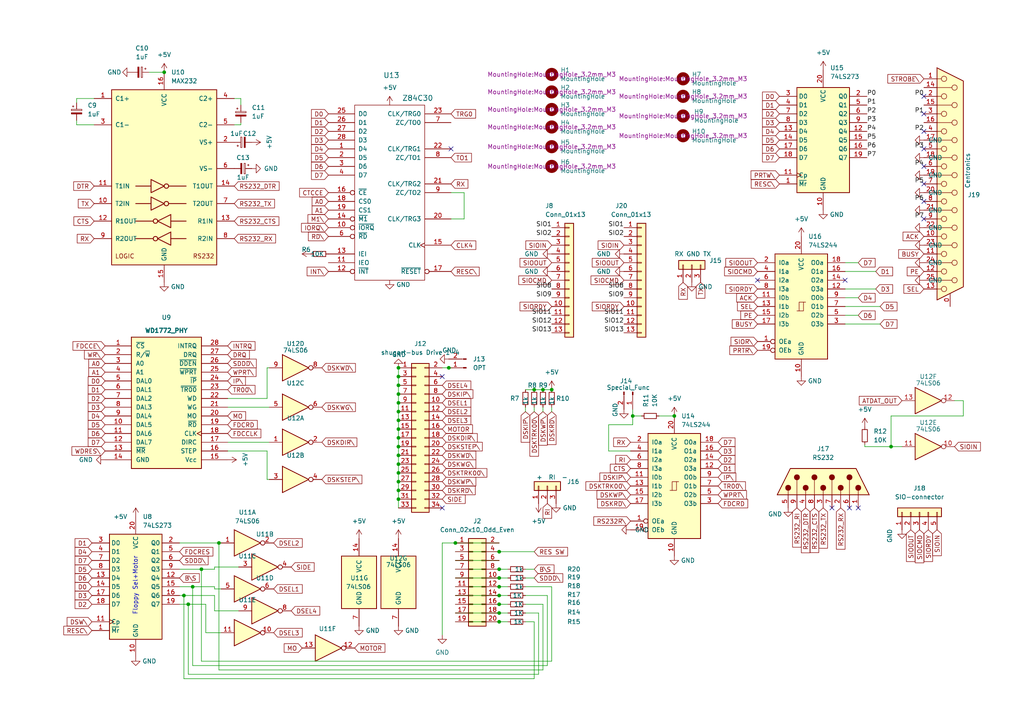
<source format=kicad_sch>
(kicad_sch (version 20231120) (generator "eeschema") (generator_version "8.0")
  (paper "A4")
  (junction (at 115.57 134.62))
  (junction (at 55.88 170.18))
  (junction (at 115.57 129.54))
  (junction (at 115.57 116.84))
  (junction (at 115.57 106.68))
  (junction (at 115.57 142.24))
  (junction (at 144.78 180.34))
  (junction (at 53.34 172.72))
  (junction (at 115.57 127))
  (junction (at 160.02 113.03))
  (junction (at 54.61 175.26))
  (junction (at 115.57 109.22))
  (junction (at 115.57 119.38))
  (junction (at 115.57 111.76))
  (junction (at 115.57 114.3))
  (junction (at 157.48 113.03))
  (junction (at 115.57 144.78))
  (junction (at 115.57 137.16))
  (junction (at 115.57 124.46))
  (junction (at 144.78 170.18))
  (junction (at 63.5 157.48))
  (junction (at 183.515 120.65))
  (junction (at 144.78 172.72))
  (junction (at 47.625 20.955))
  (junction (at 144.78 175.26))
  (junction (at 144.78 167.64))
  (junction (at 154.94 113.03))
  (junction (at 115.57 132.08))
  (junction (at 115.57 121.92))
  (junction (at 144.78 177.8))
  (junction (at 144.78 160.02))
  (junction (at 258.445 129.54))
  (junction (at 132.08 157.48))
  (junction (at 58.42 165.1))
  (junction (at 130.175 106.68))
  (junction (at 115.57 139.7))
  (junction (at 195.58 120.65))
  (junction (at 144.78 165.1))
  (no_connect (at 267.97 53.34))
  (no_connect (at 267.97 48.26))
  (no_connect (at 267.97 38.1))
  (no_connect (at 241.3 147.32))
  (no_connect (at 267.97 43.18))
  (no_connect (at 267.97 63.5))
  (no_connect (at 128.27 109.22))
  (no_connect (at 267.97 33.02))
  (no_connect (at 219.71 81.28))
  (no_connect (at 245.11 81.28))
  (no_connect (at 248.92 147.32))
  (no_connect (at 246.38 147.32))
  (no_connect (at 267.97 58.42))
  (no_connect (at 130.81 43.18))
  (no_connect (at 267.97 27.94))
  (no_connect (at 128.27 147.32))
  (wire (pts (xy 115.57 137.16) (xy 115.57 139.7)))
  (wire (pts (xy 131.445 106.68) (xy 130.175 106.68)))
  (wire (pts (xy 144.78 172.72) (xy 147.32 172.72)))
  (wire (pts (xy 115.57 127) (xy 115.57 129.54)))
  (wire (pts (xy 128.27 157.48) (xy 128.27 184.15)))
  (wire (pts (xy 258.445 129.54) (xy 261.62 129.54)))
  (wire (pts (xy 115.57 119.38) (xy 115.57 121.92)))
  (wire (pts (xy 62.23 172.72) (xy 62.23 177.165)))
  (wire (pts (xy 77.47 130.81) (xy 77.47 139.065)))
  (wire (pts (xy 176.53 123.19) (xy 183.515 123.19)))
  (wire (pts (xy 154.94 113.03) (xy 157.48 113.03)))
  (wire (pts (xy 115.57 142.24) (xy 115.57 144.78)))
  (wire (pts (xy 154.94 196.85) (xy 154.94 180.34)))
  (wire (pts (xy 115.57 139.7) (xy 115.57 142.24)))
  (wire (pts (xy 59.69 183.515) (xy 64.135 183.515)))
  (wire (pts (xy 66.04 128.27) (xy 78.105 128.27)))
  (wire (pts (xy 52.07 175.26) (xy 54.61 175.26)))
  (wire (pts (xy 22.225 28.575) (xy 27.305 28.575)))
  (wire (pts (xy 245.11 83.82) (xy 254 83.82)))
  (wire (pts (xy 55.88 170.18) (xy 62.23 170.18)))
  (wire (pts (xy 66.04 115.57) (xy 77.47 115.57)))
  (wire (pts (xy 53.34 172.72) (xy 53.34 196.85)))
  (wire (pts (xy 115.57 132.08) (xy 115.57 134.62)))
  (wire (pts (xy 176.53 130.81) (xy 176.53 123.19)))
  (wire (pts (xy 66.04 118.11) (xy 78.105 118.11)))
  (wire (pts (xy 279.4 120.65) (xy 258.445 120.65)))
  (wire (pts (xy 62.23 165.1) (xy 62.23 164.465)))
  (wire (pts (xy 152.4 175.26) (xy 157.48 175.26)))
  (wire (pts (xy 279.4 116.205) (xy 279.4 120.65)))
  (wire (pts (xy 152.4 170.18) (xy 160.02 170.18)))
  (wire (pts (xy 144.78 170.18) (xy 147.32 170.18)))
  (wire (pts (xy 134.62 63.5) (xy 130.81 63.5)))
  (wire (pts (xy 22.225 36.195) (xy 27.305 36.195)))
  (wire (pts (xy 58.42 191.77) (xy 160.02 191.77)))
  (wire (pts (xy 144.78 165.1) (xy 147.32 165.1)))
  (wire (pts (xy 152.4 177.8) (xy 156.21 177.8)))
  (wire (pts (xy 62.23 170.18) (xy 62.23 170.815)))
  (wire (pts (xy 69.85 28.575) (xy 69.85 30.48)))
  (wire (pts (xy 245.11 78.74) (xy 254 78.74)))
  (wire (pts (xy 132.08 167.64) (xy 144.78 167.64)))
  (wire (pts (xy 176.53 130.81) (xy 182.88 130.81)))
  (wire (pts (xy 52.07 170.18) (xy 55.88 170.18)))
  (wire (pts (xy 144.78 160.02) (xy 154.94 160.02)))
  (wire (pts (xy 69.85 36.195) (xy 67.945 36.195)))
  (wire (pts (xy 58.42 165.1) (xy 58.42 191.77)))
  (wire (pts (xy 63.5 157.48) (xy 63.5 194.31)))
  (wire (pts (xy 160.02 191.77) (xy 160.02 170.18)))
  (wire (pts (xy 52.07 165.1) (xy 58.42 165.1)))
  (wire (pts (xy 62.23 164.465) (xy 69.215 164.465)))
  (wire (pts (xy 67.945 28.575) (xy 69.85 28.575)))
  (wire (pts (xy 152.4 113.03) (xy 154.94 113.03)))
  (wire (pts (xy 55.88 170.18) (xy 55.88 193.04)))
  (wire (pts (xy 152.4 118.11) (xy 152.4 119.38)))
  (wire (pts (xy 54.61 175.26) (xy 59.69 175.26)))
  (wire (pts (xy 77.47 139.065) (xy 78.105 139.065)))
  (wire (pts (xy 54.61 195.58) (xy 156.21 195.58)))
  (wire (pts (xy 158.75 193.04) (xy 158.75 172.72)))
  (wire (pts (xy 115.57 144.78) (xy 115.57 147.32)))
  (wire (pts (xy 132.08 175.26) (xy 144.78 175.26)))
  (wire (pts (xy 245.11 91.44) (xy 248.92 91.44)))
  (wire (pts (xy 66.04 130.81) (xy 77.47 130.81)))
  (wire (pts (xy 157.48 194.31) (xy 157.48 175.26)))
  (wire (pts (xy 77.47 106.68) (xy 78.105 106.68)))
  (wire (pts (xy 250.825 128.905) (xy 250.825 129.54)))
  (wire (pts (xy 132.08 165.1) (xy 144.78 165.1)))
  (wire (pts (xy 115.57 109.22) (xy 115.57 111.76)))
  (wire (pts (xy 144.78 180.34) (xy 147.32 180.34)))
  (wire (pts (xy 245.11 86.36) (xy 248.92 86.36)))
  (wire (pts (xy 115.57 114.3) (xy 115.57 116.84)))
  (wire (pts (xy 55.88 193.04) (xy 158.75 193.04)))
  (wire (pts (xy 144.78 175.26) (xy 147.32 175.26)))
  (wire (pts (xy 183.515 120.65) (xy 186.055 120.65)))
  (wire (pts (xy 62.23 177.165) (xy 69.215 177.165)))
  (wire (pts (xy 132.08 170.18) (xy 144.78 170.18)))
  (wire (pts (xy 152.4 172.72) (xy 158.75 172.72)))
  (wire (pts (xy 52.07 157.48) (xy 63.5 157.48)))
  (wire (pts (xy 63.5 194.31) (xy 157.48 194.31)))
  (wire (pts (xy 53.34 172.72) (xy 62.23 172.72)))
  (wire (pts (xy 132.08 157.48) (xy 144.78 157.48)))
  (wire (pts (xy 156.21 195.58) (xy 156.21 177.8)))
  (wire (pts (xy 160.02 118.11) (xy 160.02 119.38)))
  (wire (pts (xy 115.57 124.46) (xy 115.57 127)))
  (wire (pts (xy 191.135 120.65) (xy 195.58 120.65)))
  (wire (pts (xy 115.57 111.76) (xy 115.57 114.3)))
  (wire (pts (xy 69.85 35.56) (xy 69.85 36.195)))
  (wire (pts (xy 183.515 118.745) (xy 183.515 120.65)))
  (wire (pts (xy 132.08 160.02) (xy 144.78 160.02)))
  (wire (pts (xy 183.515 120.65) (xy 183.515 123.19)))
  (wire (pts (xy 152.4 165.1) (xy 154.94 165.1)))
  (wire (pts (xy 152.4 180.34) (xy 154.94 180.34)))
  (wire (pts (xy 43.18 20.955) (xy 47.625 20.955)))
  (wire (pts (xy 22.225 29.845) (xy 22.225 28.575)))
  (wire (pts (xy 144.78 167.64) (xy 147.32 167.64)))
  (wire (pts (xy 53.34 196.85) (xy 154.94 196.85)))
  (wire (pts (xy 157.48 113.03) (xy 160.02 113.03)))
  (wire (pts (xy 130.81 55.88) (xy 134.62 55.88)))
  (wire (pts (xy 115.57 129.54) (xy 115.57 132.08)))
  (wire (pts (xy 132.08 157.48) (xy 128.27 157.48)))
  (wire (pts (xy 54.61 175.26) (xy 54.61 195.58)))
  (wire (pts (xy 59.69 175.26) (xy 59.69 183.515)))
  (wire (pts (xy 132.08 172.72) (xy 144.78 172.72)))
  (wire (pts (xy 132.08 180.34) (xy 144.78 180.34)))
  (wire (pts (xy 63.5 157.48) (xy 64.135 157.48)))
  (wire (pts (xy 128.27 106.68) (xy 130.175 106.68)))
  (wire (pts (xy 276.86 116.205) (xy 279.4 116.205)))
  (wire (pts (xy 115.57 134.62) (xy 115.57 137.16)))
  (wire (pts (xy 152.4 167.64) (xy 154.94 167.64)))
  (wire (pts (xy 132.08 162.56) (xy 144.78 162.56)))
  (wire (pts (xy 245.11 76.2) (xy 248.92 76.2)))
  (wire (pts (xy 245.11 88.9) (xy 255.27 88.9)))
  (wire (pts (xy 115.57 121.92) (xy 115.57 124.46)))
  (wire (pts (xy 62.23 170.815) (xy 64.135 170.815)))
  (wire (pts (xy 157.48 118.11) (xy 157.48 119.38)))
  (wire (pts (xy 52.07 172.72) (xy 53.34 172.72)))
  (wire (pts (xy 58.42 165.1) (xy 62.23 165.1)))
  (wire (pts (xy 115.57 116.84) (xy 115.57 119.38)))
  (wire (pts (xy 258.445 120.65) (xy 258.445 129.54)))
  (wire (pts (xy 77.47 106.68) (xy 77.47 115.57)))
  (wire (pts (xy 144.78 177.8) (xy 147.32 177.8)))
  (wire (pts (xy 115.57 106.68) (xy 115.57 109.22)))
  (wire (pts (xy 245.11 93.98) (xy 255.27 93.98)))
  (wire (pts (xy 154.94 118.11) (xy 154.94 119.38)))
  (wire (pts (xy 132.08 177.8) (xy 144.78 177.8)))
  (wire (pts (xy 250.825 129.54) (xy 258.445 129.54)))
  (wire (pts (xy 134.62 55.88) (xy 134.62 63.5)))
  (wire (pts (xy 22.225 34.925) (xy 22.225 36.195)))
  (text "Floppy Sel+Motor" (at 40.005 178.435 90) (effects (font (size 1.27 1.27)) (justify left bottom)))
  (label "SIO13" (at 180.975 96.52 180))
  (label "SIO12" (at 160.02 93.98 180))
  (label "P5" (at 251.46 40.64 0))
  (label "SIO9" (at 180.975 86.36 180))
  (label "SIO11" (at 180.975 91.44 180))
  (label "P1" (at 267.97 33.02 180))
  (label "P4" (at 267.97 48.26 180))
  (label "SIO2" (at 160.02 68.58 180))
  (label "P6" (at 251.46 43.18 0))
  (label "P7" (at 267.97 63.5 180))
  (label "P5" (at 267.97 53.34 180))
  (label "P1" (at 251.46 30.48 0))
  (label "P0" (at 267.97 27.94 180))
  (label "P2" (at 251.46 33.02 0))
  (label "P4" (at 251.46 38.1 0))
  (label "SIO1" (at 160.02 66.04 180))
  (label "SIO8" (at 160.02 83.82 180))
  (label "SIO12" (at 180.975 93.98 180))
  (label "SIO8" (at 180.975 83.82 180))
  (label "SIO11" (at 160.02 91.44 180))
  (label "P2" (at 267.97 38.1 180))
  (label "P0" (at 251.46 27.94 0))
  (label "P7" (at 251.46 45.72 0))
  (label "P3" (at 251.46 35.56 0))
  (label "P6" (at 267.97 58.42 180))
  (label "SIO13" (at 160.02 96.52 180))
  (label "SIO2" (at 180.975 68.58 180))
  (label "SIO9" (at 160.02 86.36 180))
  (label "P3" (at 267.97 43.18 180))
  (label "SIO1" (at 180.975 66.04 180))
  (global_label "STROBE\\" (shape input) (at 267.97 22.86 180) (property "Intersheetrefs" "${INTERSHEET_REFS}" (effects (hide yes))))
  (global_label "RESC\\" (shape input) (at 226.06 53.34 180) (property "Intersheetrefs" "${INTERSHEET_REFS}" (effects (hide yes))))
  (global_label "SIORDY" (shape input) (at 219.71 83.82 180) (property "Intersheetrefs" "${INTERSHEET_REFS}" (effects (hide yes))))
  (global_label "SIOIN" (shape input) (at 180.975 71.12 180) (property "Intersheetrefs" "${INTERSHEET_REFS}" (effects (hide yes))))
  (global_label "FDCRES" (shape input) (at 52.07 160.02 0) (property "Intersheetrefs" "${INTERSHEET_REFS}" (effects (hide yes))))
  (global_label "DSEL2" (shape input) (at 79.375 157.48 0) (property "Intersheetrefs" "${INTERSHEET_REFS}" (effects (hide yes))))
  (global_label "DSKDIR\\" (shape input) (at 128.27 127 0) (property "Intersheetrefs" "${INTERSHEET_REFS}" (effects (hide yes))))
  (global_label "D0" (shape input) (at 26.67 170.18 180) (property "Intersheetrefs" "${INTERSHEET_REFS}" (effects (hide yes))))
  (global_label "RX" (shape input) (at 182.88 128.27 180) (property "Intersheetrefs" "${INTERSHEET_REFS}" (effects (hide yes))))
  (global_label "DSKIP\\" (shape input) (at 128.27 114.3 0) (property "Intersheetrefs" "${INTERSHEET_REFS}" (effects (hide yes))))
  (global_label "D2" (shape input) (at 30.48 115.57 180) (property "Intersheetrefs" "${INTERSHEET_REFS}" (effects (hide yes))))
  (global_label "D2" (shape input) (at 226.06 33.02 180) (property "Intersheetrefs" "${INTERSHEET_REFS}" (effects (hide yes))))
  (global_label "MOTOR" (shape input) (at 128.27 124.46 0) (property "Intersheetrefs" "${INTERSHEET_REFS}" (effects (hide yes))))
  (global_label "D1" (shape input) (at 95.25 35.56 180) (property "Intersheetrefs" "${INTERSHEET_REFS}" (effects (hide yes))))
  (global_label "SIORDY" (shape input) (at 180.975 88.9 180) (property "Intersheetrefs" "${INTERSHEET_REFS}" (effects (hide yes))))
  (global_label "DSKTRK00\\" (shape input) (at 182.88 140.97 180) (property "Intersheetrefs" "${INTERSHEET_REFS}" (effects (hide yes))))
  (global_label "CTS" (shape input) (at 182.88 135.89 180) (property "Intersheetrefs" "${INTERSHEET_REFS}" (effects (hide yes))))
  (global_label "D3" (shape input) (at 208.28 130.81 0) (property "Intersheetrefs" "${INTERSHEET_REFS}" (effects (hide yes))))
  (global_label "WDRES\\" (shape input) (at 30.48 130.81 180) (property "Intersheetrefs" "${INTERSHEET_REFS}" (effects (hide yes))))
  (global_label "RESC\\" (shape input) (at 130.81 78.74 0) (property "Intersheetrefs" "${INTERSHEET_REFS}" (effects (hide yes))))
  (global_label "D6" (shape input) (at 95.25 48.26 180) (property "Intersheetrefs" "${INTERSHEET_REFS}" (effects (hide yes))))
  (global_label "DTR" (shape input) (at 27.305 53.975 180) (property "Intersheetrefs" "${INTERSHEET_REFS}" (effects (hide yes))))
  (global_label "D5" (shape input) (at 255.27 88.9 0) (property "Intersheetrefs" "${INTERSHEET_REFS}" (effects (hide yes))))
  (global_label "ACK" (shape input) (at 267.97 68.58 180) (property "Intersheetrefs" "${INTERSHEET_REFS}" (effects (hide yes))))
  (global_label "SDDD\\" (shape input) (at 52.07 162.56 0) (property "Intersheetrefs" "${INTERSHEET_REFS}" (effects (hide yes))))
  (global_label "WPRT\\" (shape input) (at 208.28 143.51 0) (property "Intersheetrefs" "${INTERSHEET_REFS}" (effects (hide yes))))
  (global_label "ACK" (shape input) (at 219.71 86.36 180) (property "Intersheetrefs" "${INTERSHEET_REFS}" (effects (hide yes))))
  (global_label "A1" (shape input) (at 95.25 60.96 180) (property "Intersheetrefs" "${INTERSHEET_REFS}" (effects (hide yes))))
  (global_label "D1" (shape input) (at 208.28 135.89 0) (property "Intersheetrefs" "${INTERSHEET_REFS}" (effects (hide yes))))
  (global_label "RI" (shape input) (at 182.88 133.35 180) (property "Intersheetrefs" "${INTERSHEET_REFS}" (effects (hide yes))))
  (global_label "RS232_DTR" (shape input) (at 67.945 53.975 0) (property "Intersheetrefs" "${INTERSHEET_REFS}" (effects (hide yes))))
  (global_label "D5" (shape input) (at 95.25 45.72 180) (property "Intersheetrefs" "${INTERSHEET_REFS}" (effects (hide yes))))
  (global_label "RX" (shape input) (at 130.81 53.34 0) (property "Intersheetrefs" "${INTERSHEET_REFS}" (effects (hide yes))))
  (global_label "D2" (shape input) (at 208.28 133.35 0) (property "Intersheetrefs" "${INTERSHEET_REFS}" (effects (hide yes))))
  (global_label "DSKIP\\" (shape input) (at 152.4 119.38 270) (property "Intersheetrefs" "${INTERSHEET_REFS}" (effects (hide yes))))
  (global_label "IORQ\\" (shape input) (at 95.25 66.04 180) (property "Intersheetrefs" "${INTERSHEET_REFS}" (effects (hide yes))))
  (global_label "RS232_TX" (shape input) (at 238.76 147.32 270) (property "Intersheetrefs" "${INTERSHEET_REFS}" (effects (hide yes))))
  (global_label "DSKWP\\" (shape input) (at 128.27 139.7 0) (property "Intersheetrefs" "${INTERSHEET_REFS}" (effects (hide yes))))
  (global_label "D7" (shape input) (at 248.92 76.2 0) (property "Intersheetrefs" "${INTERSHEET_REFS}" (effects (hide yes))))
  (global_label "WPRT\\" (shape input) (at 66.04 107.95 0) (property "Intersheetrefs" "${INTERSHEET_REFS}" (effects (hide yes))))
  (global_label "M1\\" (shape input) (at 95.25 63.5 180) (property "Intersheetrefs" "${INTERSHEET_REFS}" (effects (hide yes))))
  (global_label "RD\\" (shape input) (at 95.25 68.58 180) (property "Intersheetrefs" "${INTERSHEET_REFS}" (effects (hide yes))))
  (global_label "DSKTRK00\\" (shape input) (at 154.94 119.38 270) (property "Intersheetrefs" "${INTERSHEET_REFS}" (effects (hide yes))))
  (global_label "D7" (shape input) (at 30.48 128.27 180) (property "Intersheetrefs" "${INTERSHEET_REFS}" (effects (hide yes))))
  (global_label "MO" (shape input) (at 87.63 187.96 180) (property "Intersheetrefs" "${INTERSHEET_REFS}" (effects (hide yes))))
  (global_label "SEL" (shape input) (at 267.97 83.82 180) (property "Intersheetrefs" "${INTERSHEET_REFS}" (effects (hide yes))))
  (global_label "D6" (shape input) (at 30.48 125.73 180) (property "Intersheetrefs" "${INTERSHEET_REFS}" (effects (hide yes))))
  (global_label "INTRQ" (shape input) (at 66.04 100.33 0) (property "Intersheetrefs" "${INTERSHEET_REFS}" (effects (hide yes))))
  (global_label "RI" (shape input) (at 158.75 146.05 270) (property "Intersheetrefs" "${INTERSHEET_REFS}" (effects (hide yes))))
  (global_label "RS232_RX" (shape input) (at 67.945 69.215 0) (property "Intersheetrefs" "${INTERSHEET_REFS}" (effects (hide yes))))
  (global_label "RS232_RI" (shape input) (at 231.14 147.32 270) (property "Intersheetrefs" "${INTERSHEET_REFS}" (effects (hide yes))))
  (global_label "SIOCMD" (shape input) (at 160.02 81.28 180) (property "Intersheetrefs" "${INTERSHEET_REFS}" (effects (hide yes))))
  (global_label "SDDD\\" (shape input) (at 154.94 167.64 0) (property "Intersheetrefs" "${INTERSHEET_REFS}" (effects (hide yes))))
  (global_label "D3" (shape input) (at 254 83.82 0) (property "Intersheetrefs" "${INTERSHEET_REFS}" (effects (hide yes))))
  (global_label "DSEL1" (shape input) (at 79.375 170.815 0) (property "Intersheetrefs" "${INTERSHEET_REFS}" (effects (hide yes))))
  (global_label "D7" (shape input) (at 26.67 162.56 180) (property "Intersheetrefs" "${INTERSHEET_REFS}" (effects (hide yes))))
  (global_label "TRG0" (shape input) (at 130.81 33.02 0) (property "Intersheetrefs" "${INTERSHEET_REFS}" (effects (hide yes))))
  (global_label "D0" (shape input) (at 30.48 110.49 180) (property "Intersheetrefs" "${INTERSHEET_REFS}" (effects (hide yes))))
  (global_label "D4" (shape input) (at 226.06 38.1 180) (property "Intersheetrefs" "${INTERSHEET_REFS}" (effects (hide yes))))
  (global_label "D6" (shape input) (at 248.92 91.44 0) (property "Intersheetrefs" "${INTERSHEET_REFS}" (effects (hide yes))))
  (global_label "D1" (shape input) (at 30.48 113.03 180) (property "Intersheetrefs" "${INTERSHEET_REFS}" (effects (hide yes))))
  (global_label "RS232R\\" (shape input) (at 182.88 151.13 180) (property "Intersheetrefs" "${INTERSHEET_REFS}" (effects (hide yes))))
  (global_label "DSKRD\\" (shape input) (at 128.27 142.24 0) (property "Intersheetrefs" "${INTERSHEET_REFS}" (effects (hide yes))))
  (global_label "D0" (shape input) (at 95.25 33.02 180) (property "Intersheetrefs" "${INTERSHEET_REFS}" (effects (hide yes))))
  (global_label "ATDAT_OUT" (shape input) (at 261.62 116.205 180) (property "Intersheetrefs" "${INTERSHEET_REFS}" (effects (hide yes))))
  (global_label "RX" (shape input) (at 27.305 69.215 180) (property "Intersheetrefs" "${INTERSHEET_REFS}" (effects (hide yes))))
  (global_label "RESC\\" (shape input) (at 26.67 182.88 180) (property "Intersheetrefs" "${INTERSHEET_REFS}" (effects (hide yes))))
  (global_label "A0" (shape input) (at 95.25 58.42 180) (property "Intersheetrefs" "${INTERSHEET_REFS}" (effects (hide yes))))
  (global_label "B\\S" (shape input) (at 52.07 167.64 0) (property "Intersheetrefs" "${INTERSHEET_REFS}" (effects (hide yes))))
  (global_label "D4" (shape input) (at 26.67 160.02 180) (property "Intersheetrefs" "${INTERSHEET_REFS}" (effects (hide yes))))
  (global_label "D4" (shape input) (at 248.92 86.36 0) (property "Intersheetrefs" "${INTERSHEET_REFS}" (effects (hide yes))))
  (global_label "SIOIN" (shape input) (at 271.78 153.67 270) (property "Intersheetrefs" "${INTERSHEET_REFS}" (effects (hide yes))))
  (global_label "SIDE" (shape input) (at 128.27 144.78 0) (property "Intersheetrefs" "${INTERSHEET_REFS}" (effects (hide yes))))
  (global_label "FDCRD" (shape input) (at 208.28 146.05 0) (property "Intersheetrefs" "${INTERSHEET_REFS}" (effects (hide yes))))
  (global_label "D3" (shape input) (at 95.25 40.64 180) (property "Intersheetrefs" "${INTERSHEET_REFS}" (effects (hide yes))))
  (global_label "MO" (shape input) (at 66.04 120.65 0) (property "Intersheetrefs" "${INTERSHEET_REFS}" (effects (hide yes))))
  (global_label "D2" (shape input) (at 95.25 38.1 180) (property "Intersheetrefs" "${INTERSHEET_REFS}" (effects (hide yes))))
  (global_label "INT\\" (shape input) (at 95.25 78.74 180) (property "Intersheetrefs" "${INTERSHEET_REFS}" (effects (hide yes))))
  (global_label "D1" (shape input) (at 226.06 30.48 180) (property "Intersheetrefs" "${INTERSHEET_REFS}" (effects (hide yes))))
  (global_label "SIORDY" (shape input) (at 269.24 153.67 270) (property "Intersheetrefs" "${INTERSHEET_REFS}" (effects (hide yes))))
  (global_label "DSEL4" (shape input) (at 128.27 111.76 0) (property "Intersheetrefs" "${INTERSHEET_REFS}" (effects (hide yes))))
  (global_label "DSKSTEP\\" (shape input) (at 93.345 139.065 0) (property "Intersheetrefs" "${INTERSHEET_REFS}" (effects (hide yes))))
  (global_label "DSKRD\\" (shape input) (at 182.88 146.05 180) (property "Intersheetrefs" "${INTERSHEET_REFS}" (effects (hide yes))))
  (global_label "TX" (shape input) (at 203.2 81.915 270) (property "Intersheetrefs" "${INTERSHEET_REFS}" (effects (hide yes))))
  (global_label "FDCRD" (shape input) (at 66.04 123.19 0) (property "Intersheetrefs" "${INTERSHEET_REFS}" (effects (hide yes))))
  (global_label "TR00\\" (shape input) (at 66.04 113.03 0) (property "Intersheetrefs" "${INTERSHEET_REFS}" (effects (hide yes))))
  (global_label "DSKSTEP\\" (shape input) (at 128.27 129.54 0) (property "Intersheetrefs" "${INTERSHEET_REFS}" (effects (hide yes))))
  (global_label "SIOOUT" (shape input) (at 160.02 76.2 180) (property "Intersheetrefs" "${INTERSHEET_REFS}" (effects (hide yes))))
  (global_label "DSEL2" (shape input) (at 128.27 119.38 0) (property "Intersheetrefs" "${INTERSHEET_REFS}" (effects (hide yes))))
  (global_label "WR\\" (shape input) (at 30.48 102.87 180) (property "Intersheetrefs" "${INTERSHEET_REFS}" (effects (hide yes))))
  (global_label "D6" (shape input) (at 26.67 167.64 180) (property "Intersheetrefs" "${INTERSHEET_REFS}" (effects (hide yes))))
  (global_label "TX" (shape input) (at 27.305 59.055 180) (property "Intersheetrefs" "${INTERSHEET_REFS}" (effects (hide yes))))
  (global_label "SIOIN" (shape input) (at 160.02 71.12 180) (property "Intersheetrefs" "${INTERSHEET_REFS}" (effects (hide yes))))
  (global_label "PE" (shape input) (at 219.71 91.44 180) (property "Intersheetrefs" "${INTERSHEET_REFS}" (effects (hide yes))))
  (global_label "DSKTRK00\\" (shape input) (at 128.27 137.16 0) (property "Intersheetrefs" "${INTERSHEET_REFS}" (effects (hide yes))))
  (global_label "SEL" (shape input) (at 219.71 88.9 180) (property "Intersheetrefs" "${INTERSHEET_REFS}" (effects (hide yes))))
  (global_label "BUSY" (shape input) (at 267.97 73.66 180) (property "Intersheetrefs" "${INTERSHEET_REFS}" (effects (hide yes))))
  (global_label "A1" (shape input) (at 30.48 107.95 180) (property "Intersheetrefs" "${INTERSHEET_REFS}" (effects (hide yes))))
  (global_label "RS232_TX" (shape input) (at 67.945 59.055 0) (property "Intersheetrefs" "${INTERSHEET_REFS}" (effects (hide yes))))
  (global_label "DSKIP\\" (shape input) (at 182.88 138.43 180) (property "Intersheetrefs" "${INTERSHEET_REFS}" (effects (hide yes))))
  (global_label "SIOCMD" (shape input) (at 266.7 153.67 270) (property "Intersheetrefs" "${INTERSHEET_REFS}" (effects (hide yes))))
  (global_label "D3" (shape input) (at 26.67 172.72 180) (property "Intersheetrefs" "${INTERSHEET_REFS}" (effects (hide yes))))
  (global_label "DSKRD\\" (shape input) (at 160.02 119.38 270) (property "Intersheetrefs" "${INTERSHEET_REFS}" (effects (hide yes))))
  (global_label "D7" (shape input) (at 255.27 93.98 0) (property "Intersheetrefs" "${INTERSHEET_REFS}" (effects (hide yes))))
  (global_label "FDCCE\\" (shape input) (at 30.48 100.33 180) (property "Intersheetrefs" "${INTERSHEET_REFS}" (effects (hide yes))))
  (global_label "B\\S" (shape input) (at 154.94 165.1 0) (property "Intersheetrefs" "${INTERSHEET_REFS}" (effects (hide yes))))
  (global_label "MOTOR" (shape input) (at 102.87 187.96 0) (property "Intersheetrefs" "${INTERSHEET_REFS}" (effects (hide yes))))
  (global_label "CTS" (shape input) (at 27.305 64.135 180) (property "Intersheetrefs" "${INTERSHEET_REFS}" (effects (hide yes))))
  (global_label "DSEL3" (shape input) (at 79.375 183.515 0) (property "Intersheetrefs" "${INTERSHEET_REFS}" (effects (hide yes))))
  (global_label "SIOOUT" (shape input) (at 264.16 153.67 270) (property "Intersheetrefs" "${INTERSHEET_REFS}" (effects (hide yes))))
  (global_label "PRTW\\" (shape input) (at 226.06 50.8 180) (property "Intersheetrefs" "${INTERSHEET_REFS}" (effects (hide yes))))
  (global_label "D7" (shape input) (at 226.06 45.72 180) (property "Intersheetrefs" "${INTERSHEET_REFS}" (effects (hide yes))))
  (global_label "SIOR\\" (shape input) (at 219.71 99.06 180) (property "Intersheetrefs" "${INTERSHEET_REFS}" (effects (hide yes))))
  (global_label "DSKWD\\" (shape input) (at 128.27 132.08 0) (property "Intersheetrefs" "${INTERSHEET_REFS}" (effects (hide yes))))
  (global_label "DSW\\" (shape input) (at 26.67 180.34 180) (property "Intersheetrefs" "${INTERSHEET_REFS}" (effects (hide yes))))
  (global_label "D0" (shape input) (at 226.06 27.94 180) (property "Intersheetrefs" "${INTERSHEET_REFS}" (effects (hide yes))))
  (global_label "SIORDY" (shape input) (at 160.02 88.9 180) (property "Intersheetrefs" "${INTERSHEET_REFS}" (effects (hide yes))))
  (global_label "IP\\" (shape input) (at 66.04 110.49 0) (property "Intersheetrefs" "${INTERSHEET_REFS}" (effects (hide yes))))
  (global_label "D3" (shape input) (at 30.48 118.11 180) (property "Intersheetrefs" "${INTERSHEET_REFS}" (effects (hide yes))))
  (global_label "RX" (shape input) (at 198.12 81.915 270) (property "Intersheetrefs" "${INTERSHEET_REFS}" (effects (hide yes))))
  (global_label "D5" (shape input) (at 26.67 165.1 180) (property "Intersheetrefs" "${INTERSHEET_REFS}" (effects (hide yes))))
  (global_label "PRTR\\" (shape input) (at 219.71 101.6 180) (property "Intersheetrefs" "${INTERSHEET_REFS}" (effects (hide yes))))
  (global_label "SIDE" (shape input) (at 84.455 164.465 0) (property "Intersheetrefs" "${INTERSHEET_REFS}" (effects (hide yes))))
  (global_label "DSKDIR\\" (shape input) (at 93.345 128.27 0) (property "Intersheetrefs" "${INTERSHEET_REFS}" (effects (hide yes))))
  (global_label "TO1" (shape input) (at 130.81 45.72 0) (property "Intersheetrefs" "${INTERSHEET_REFS}" (effects (hide yes))))
  (global_label "D7" (shape input) (at 208.28 128.27 0) (property "Intersheetrefs" "${INTERSHEET_REFS}" (effects (hide yes))))
  (global_label "DSKWG\\" (shape input) (at 128.27 134.62 0) (property "Intersheetrefs" "${INTERSHEET_REFS}" (effects (hide yes))))
  (global_label "RS232_CTS" (shape input) (at 67.945 64.135 0) (property "Intersheetrefs" "${INTERSHEET_REFS}" (effects (hide yes))))
  (global_label "D1" (shape input) (at 254 78.74 0) (property "Intersheetrefs" "${INTERSHEET_REFS}" (effects (hide yes))))
  (global_label "DSKWD\\" (shape input) (at 93.345 106.68 0) (property "Intersheetrefs" "${INTERSHEET_REFS}" (effects (hide yes))))
  (global_label "SIOCMD" (shape input) (at 180.975 81.28 180) (property "Intersheetrefs" "${INTERSHEET_REFS}" (effects (hide yes))))
  (global_label "DSEL3" (shape input) (at 128.27 121.92 0) (property "Intersheetrefs" "${INTERSHEET_REFS}" (effects (hide yes))))
  (global_label "SIOIN" (shape input) (at 276.86 129.54 0) (property "Intersheetrefs" "${INTERSHEET_REFS}" (effects (hide yes))))
  (global_label "SIOOUT" (shape input) (at 180.975 76.2 180) (property "Intersheetrefs" "${INTERSHEET_REFS}" (effects (hide yes))))
  (global_label "SIOCMD" (shape input) (at 219.71 78.74 180) (property "Intersheetrefs" "${INTERSHEET_REFS}" (effects (hide yes))))
  (global_label "RS232_DTR" (shape input) (at 233.68 147.32 270) (property "Intersheetrefs" "${INTERSHEET_REFS}" (effects (hide yes))))
  (global_label "D6" (shape input) (at 226.06 43.18 180) (property "Intersheetrefs" "${INTERSHEET_REFS}" (effects (hide yes))))
  (global_label "DSKWP\\" (shape input) (at 157.48 119.38 270) (property "Intersheetrefs" "${INTERSHEET_REFS}" (effects (hide yes))))
  (global_label "D4" (shape input) (at 30.48 120.65 180) (property "Intersheetrefs" "${INTERSHEET_REFS}" (effects (hide yes))))
  (global_label "DRQ" (shape input) (at 66.04 102.87 0) (property "Intersheetrefs" "${INTERSHEET_REFS}" (effects (hide yes))))
  (global_label "D7" (shape input) (at 95.25 50.8 180) (property "Intersheetrefs" "${INTERSHEET_REFS}" (effects (hide yes))))
  (global_label "SIOOUT" (shape input) (at 219.71 76.2 180) (property "Intersheetrefs" "${INTERSHEET_REFS}" (effects (hide yes))))
  (global_label "DSEL1" (shape input) (at 128.27 116.84 0) (property "Intersheetrefs" "${INTERSHEET_REFS}" (effects (hide yes))))
  (global_label "D5" (shape input) (at 30.48 123.19 180) (property "Intersheetrefs" "${INTERSHEET_REFS}" (effects (hide yes))))
  (global_label "RS232_CTS" (shape input) (at 236.22 147.32 270) (property "Intersheetrefs" "${INTERSHEET_REFS}" (effects (hide yes))))
  (global_label "CTCCE" (shape input) (at 95.25 55.88 180) (property "Intersheetrefs" "${INTERSHEET_REFS}" (effects (hide yes))))
  (global_label "D3" (shape input) (at 226.06 35.56 180) (property "Intersheetrefs" "${INTERSHEET_REFS}" (effects (hide yes))))
  (global_label "PE" (shape input) (at 267.97 78.74 180) (property "Intersheetrefs" "${INTERSHEET_REFS}" (effects (hide yes))))
  (global_label "FDCCLK" (shape input) (at 66.04 125.73 0) (property "Intersheetrefs" "${INTERSHEET_REFS}" (effects (hide yes))))
  (global_label "TR00\\" (shape input) (at 208.28 140.97 0) (property "Intersheetrefs" "${INTERSHEET_REFS}" (effects (hide yes))))
  (global_label "D5" (shape input) (at 226.06 40.64 180) (property "Intersheetrefs" "${INTERSHEET_REFS}" (effects (hide yes))))
  (global_label "DSKWP\\" (shape input) (at 182.88 143.51 180) (property "Intersheetrefs" "${INTERSHEET_REFS}" (effects (hide yes))))
  (global_label "RES SW" (shape input) (at 154.94 160.02 0) (property "Intersheetrefs" "${INTERSHEET_REFS}" (effects (hide yes))))
  (global_label "DSKWG\\" (shape input) (at 93.345 118.11 0) (property "Intersheetrefs" "${INTERSHEET_REFS}" (effects (hide yes))))
  (global_label "IP\\" (shape input) (at 208.28 138.43 0) (property "Intersheetrefs" "${INTERSHEET_REFS}" (effects (hide yes))))
  (global_label "D4" (shape input) (at 95.25 43.18 180) (property "Intersheetrefs" "${INTERSHEET_REFS}" (effects (hide yes))))
  (global_label "DSEL4" (shape input) (at 84.455 177.165 0) (property "Intersheetrefs" "${INTERSHEET_REFS}" (effects (hide yes))))
  (global_label "D1" (shape input) (at 26.67 157.48 180) (property "Intersheetrefs" "${INTERSHEET_REFS}" (effects (hide yes))))
  (global_label "RS232_RX" (shape input) (at 243.84 147.32 270) (property "Intersheetrefs" "${INTERSHEET_REFS}" (effects (hide yes))))
  (global_label "A0" (shape input) (at 30.48 105.41 180) (property "Intersheetrefs" "${INTERSHEET_REFS}" (effects (hide yes))))
  (global_label "D2" (shape input) (at 26.67 175.26 180) (property "Intersheetrefs" "${INTERSHEET_REFS}" (effects (hide yes))))
  (global_label "SDDD\\" (shape input) (at 66.04 105.41 0) (property "Intersheetrefs" "${INTERSHEET_REFS}" (effects (hide yes))))
  (global_label "BUSY" (shape input) (at 219.71 93.98 180) (property "Intersheetrefs" "${INTERSHEET_REFS}" (effects (hide yes))))
  (global_label "CLK4" (shape input) (at 130.81 71.12 0) (property "Intersheetrefs" "${INTERSHEET_REFS}" (effects (hide yes))))
  (symbol (lib_id "Mechanical:MountingHole") (at 198.12 33.655 0) (unit 1)
    (property "Reference" "H9" (at 201.295 32.3849 0) (effects (justify left)))
    (property "Value" "MountingHole" (at 201.295 34.9249 0) (effects (justify left)))
    (property "Footprint" "MountingHole:MountingHole_3.2mm_M3" (at 198.12 33.655 0))
  )
  (symbol (lib_id "Connector:DB9_Male") (at 238.76 139.7 90) (unit 1)
    (property "Reference" "J17" (at 238.76 130.175 90))
    (property "Value" "RS232" (at 238.76 132.715 90))
    (property "Footprint" "Connector_Dsub:DSUB-9_Male_Horizontal_P2.77x2.84mm_EdgePinOffset9.90mm_Housed_MountingHolesOffset11.32mm" (effects (hide yes)))
    (property "Datasheet" " ~" (effects (hide yes)))
  )
  (symbol (lib_id "power:GND") (at 267.97 60.96 270) (unit 1)
    (property "Reference" "#PWR077" (effects (hide yes)))
    (property "Value" "GND" (at 269.24 60.9599 90) (effects (justify left)))
  )
  (symbol (lib_id "power:GND") (at 267.97 76.2 270) (unit 1)
    (property "Reference" "#PWR080" (effects (hide yes)))
    (property "Value" "GND" (at 269.24 76.1999 90) (effects (justify left)))
  )
  (symbol (lib_id "power:GND") (at 267.97 81.28 270) (unit 1)
    (property "Reference" "#PWR081" (effects (hide yes)))
    (property "Value" "GND" (at 269.24 81.2799 90) (effects (justify left)))
  )
  (symbol (lib_id "Interface_UART:MAX232") (at 47.625 51.435 0) (unit 1)
    (property "Reference" "U10" (at 49.6444 20.955 0) (effects (justify left)))
    (property "Value" "MAX232" (at 49.6444 23.495 0) (effects (justify left)))
    (property "Footprint" "Package_DIP:DIP-16_W7.62mm" (effects (hide yes)))
    (property "Datasheet" "http://www.ti.com/lit/ds/symlink/max232.pdf" (effects (hide yes)))
  )
  (symbol (lib_id "Mechanical:MountingHole") (at 198.12 22.86 0) (unit 1)
    (property "Reference" "H7" (at 200.66 21.5899 0) (effects (justify left)))
    (property "Value" "MountingHole" (at 200.66 24.1299 0) (effects (justify left)))
    (property "Footprint" "MountingHole:MountingHole_3.2mm_M3" (at 198.12 22.86 0))
  )
  (symbol (lib_id "power:GND") (at 180.975 118.745 0) (unit 1)
    (property "Reference" "#PWR060" (effects (hide yes)))
    (property "Value" "GND" (at 178.435 116.84 90) (effects (justify right)))
  )
  (symbol (lib_id "power:GND") (at 130.175 104.14 270) (unit 1)
    (property "Reference" "#PWR058" (effects (hide yes)))
    (property "Value" "GND" (at 128.27 101.6 90) (effects (justify left)))
  )
  (symbol (lib_id "power:GND") (at 160.02 78.74 270) (unit 1)
    (property "Reference" "#PWR087" (effects (hide yes)))
    (property "Value" "GND" (at 156.21 78.7399 90) (effects (justify right)))
  )
  (symbol (lib_id "power:GND") (at 182.88 153.67 270) (unit 1)
    (property "Reference" "#PWR061" (effects (hide yes)))
    (property "Value" "GND" (at 184.15 153.6699 90) (effects (justify left)))
  )
  (symbol (lib_id "74xx:74LS273") (at 39.37 170.18 0) (unit 1)
    (property "Reference" "U8" (at 41.3894 149.86 0) (effects (justify left)))
    (property "Value" "74LS273" (at 41.3894 152.4 0) (effects (justify left)))
    (property "Footprint" "Package_DIP:DIP-20_W7.62mm" (effects (hide yes)))
    (property "Datasheet" "http://www.ti.com/lit/gpn/sn74LS273" (effects (hide yes)))
  )
  (symbol (lib_id "power:GND") (at 195.58 161.29 0) (unit 1)
    (property "Reference" "#PWR063" (effects (hide yes)))
    (property "Value" "GND" (at 197.485 162.5599 0) (effects (justify left)))
  )
  (symbol (lib_id "74xx:74LS06") (at 71.755 170.815 0) (unit 3)
    (property "Reference" "U11" (at 71.755 161.29 0))
    (property "Value" "74LS06" (effects (hide yes)))
    (property "Footprint" "Package_DIP:DIP-14_W7.62mm_Socket" (effects (hide yes)))
    (property "Datasheet" "http://www.ti.com/lit/gpn/sn74LS06" (effects (hide yes)))
  )
  (symbol (lib_id "Device:R_Small") (at 250.825 126.365 0) (unit 1)
    (property "Reference" "R12" (at 253.365 125.0949 0) (effects (justify left)))
    (property "Value" "10K" (at 253.365 127.6349 0) (effects (justify left)))
    (property "Footprint" "Resistor_THT:R_Axial_DIN0207_L6.3mm_D2.5mm_P10.16mm_Horizontal" (effects (hide yes)))
  )
  (symbol (lib_id "74xx:74LS244") (at 195.58 140.97 0) (unit 1)
    (property "Reference" "U14" (at 197.5994 120.65 0) (effects (justify left)))
    (property "Value" "74LS244" (at 197.5994 123.19 0) (effects (justify left)))
    (property "Footprint" "Package_DIP:DIP-20_W7.62mm" (effects (hide yes)))
    (property "Datasheet" "http://www.ti.com/lit/ds/symlink/sn74ls244.pdf" (effects (hide yes)))
  )
  (symbol (lib_id "Device:R_Small") (at 149.86 167.64 90) (unit 1)
    (property "Reference" "R19" (at 168.402 167.386 90) (effects (justify left)))
    (property "Value" "1k" (at 151.765 167.64 90) (effects (justify left)))
    (property "Footprint" "Resistor_THT:R_Axial_DIN0207_L6.3mm_D2.5mm_P10.16mm_Horizontal" (effects (hide yes)))
  )
  (symbol (lib_id "power:+5V") (at 115.57 156.21 0) (unit 1)
    (property "Reference" "#PWR056" (effects (hide yes)))
    (property "Value" "+5V" (at 115.57 151.13 0))
  )
  (symbol (lib_id "Connector:DB25_Female_MountingHoles") (at 275.59 53.34 0) (unit 1)
    (property "Reference" "J19" (at 280.67 56.515 0) (effects (justify left)))
    (property "Value" "Centronics" (at 280.67 54.6099 90) (effects (justify left)))
    (property "Footprint" "Connector_Dsub:DSUB-25_Female_Horizontal_P2.77x2.84mm_EdgePinOffset7.70mm_Housed_MountingHolesOffset9.12mm" (effects (hide yes)))
    (property "Datasheet" " ~" (effects (hide yes)))
  )
  (symbol (lib_id "power:GND") (at 38.1 20.955 270) (unit 1)
    (property "Reference" "#PWR042" (effects (hide yes)))
    (property "Value" "GND" (at 31.115 20.955 90) (effects (justify left)))
  )
  (symbol (lib_id "power:GND") (at 160.02 73.66 270) (unit 1)
    (property "Reference" "#PWR086" (effects (hide yes)))
    (property "Value" "GND" (at 156.21 73.6599 90) (effects (justify right)))
  )
  (symbol (lib_id "power:+5V") (at 104.14 156.21 0) (unit 1)
    (property "Reference" "#PWR051" (effects (hide yes)))
    (property "Value" "+5V" (at 104.14 151.13 0))
  )
  (symbol (lib_id "Connector_Generic:Conn_02x10_Odd_Even") (at 137.16 167.64 0) (unit 1)
    (property "Reference" "J2" (at 138.43 151.13 0))
    (property "Value" "Conn_02x10_Odd_Even" (at 138.43 153.67 0))
    (property "Footprint" "Connector_PinHeader_2.54mm:PinHeader_2x10_P2.54mm_Horizontal" (effects (hide yes)))
    (property "Description" "Generic connector, double row, 02x10, odd/even pin numbering scheme (row 1 odd numbers, row 2 even numbers), script generated (kicad-library-utils/schlib/autogen/connector/)" (effects (hide yes)))
  )
  (symbol (lib_id "power:+5V") (at 73.025 41.275 270) (unit 1)
    (property "Reference" "#PWR048" (effects (hide yes)))
    (property "Value" "+5V" (at 78.105 41.275 0))
  )
  (symbol (lib_id "power:+5V") (at 232.41 68.58 0) (unit 1)
    (property "Reference" "#PWR070" (effects (hide yes)))
    (property "Value" "+5V" (at 232.41 63.5 0))
  )
  (symbol (lib_id "74xx:74LS06") (at 85.725 106.68 0) (unit 4)
    (property "Reference" "U12" (at 85.725 99.695 0))
    (property "Value" "74LS06" (at 85.725 101.6 0))
    (property "Footprint" "Package_DIP:DIP-14_W7.62mm_Socket" (effects (hide yes)))
    (property "Datasheet" "http://www.ti.com/lit/gpn/sn74LS06" (effects (hide yes)))
  )
  (symbol (lib_id "Connector:Conn_01x02_Male") (at 183.515 113.665 270) (unit 1)
    (property "Reference" "J14" (at 181.61 110.49 90))
    (property "Value" "Special_Func" (at 182.245 112.395 90))
    (property "Footprint" "Connector_PinHeader_2.54mm:PinHeader_1x02_P2.54mm_Vertical" (effects (hide yes)))
  )
  (symbol (lib_name "GND_1") (lib_id "power:GND") (at 128.27 184.15 0) (unit 1)
    (property "Reference" "#PWR093" (effects (hide yes)))
    (property "Value" "GND" (at 128.27 189.23 0))
    (property "Description" "Power symbol creates a global label with name \"GND\" , ground" (effects (hide yes)))
  )
  (symbol (lib_id "Device:C_Polarized_Small") (at 40.64 20.955 270) (unit 1)
    (property "Reference" "C10" (at 41.1861 13.97 90))
    (property "Value" "1uF" (at 41.1861 16.51 90))
    (property "Footprint" "Capacitor_THT:CP_Radial_D5.0mm_P2.50mm" (effects (hide yes)))
  )
  (symbol (lib_id "power:GND") (at 39.37 190.5 0) (unit 1)
    (property "Reference" "#PWR044" (effects (hide yes)))
    (property "Value" "GND" (at 41.275 191.7699 0) (effects (justify left)))
  )
  (symbol (lib_id "74xx:74LS06") (at 269.24 129.54 0) (unit 5)
    (property "Reference" "U12" (at 269.24 122.555 0))
    (property "Value" "74LS06" (at 269.24 124.46 0))
    (property "Footprint" "Package_DIP:DIP-14_W7.62mm_Socket" (effects (hide yes)))
    (property "Datasheet" "http://www.ti.com/lit/gpn/sn74LS06" (effects (hide yes)))
  )
  (symbol (lib_id "power:+5V") (at 39.37 149.86 0) (unit 1)
    (property "Reference" "#PWR043" (effects (hide yes)))
    (property "Value" "+5V" (at 34.925 149.86 0))
  )
  (symbol (lib_id "Mechanical:MountingHole") (at 160.02 36.83 0) (unit 1)
    (property "Reference" "H4" (at 162.56 35.5599 0) (effects (justify left)))
    (property "Value" "MountingHole" (at 162.56 38.0999 0) (effects (justify left)))
    (property "Footprint" "MountingHole:MountingHole_3.2mm_M3" (at 160.02 36.83 0))
  )
  (symbol (lib_id "Device:C_Polarized_Small") (at 69.85 33.02 0) (unit 1)
    (property "Reference" "C11" (at 73.025 31.2038 0) (effects (justify left)))
    (property "Value" "1uF" (at 73.025 33.7438 0) (effects (justify left)))
    (property "Footprint" "Capacitor_THT:CP_Radial_D5.0mm_P2.50mm" (effects (hide yes)))
  )
  (symbol (lib_id "Mechanical:MountingHole") (at 160.02 26.67 0) (unit 1)
    (property "Reference" "H2" (at 162.56 25.3999 0) (effects (justify left)))
    (property "Value" "MountingHole" (at 162.56 27.9399 0) (effects (justify left)))
    (property "Footprint" "MountingHole:MountingHole_3.2mm_M3" (at 160.02 26.67 0))
  )
  (symbol (lib_id "power:GND") (at 30.48 133.35 270) (unit 1)
    (property "Reference" "#PWR041" (effects (hide yes)))
    (property "Value" "GND" (at 22.86 133.35 90) (effects (justify left)))
  )
  (symbol (lib_id "power:+5V") (at 47.625 20.955 0) (unit 1)
    (property "Reference" "#PWR045" (effects (hide yes)))
    (property "Value" "+5V" (at 47.625 15.875 0))
  )
  (symbol (lib_id "power:GND") (at 115.57 106.68 180) (unit 1)
    (property "Reference" "#PWR055" (effects (hide yes)))
    (property "Value" "GND" (at 113.665 102.87 0) (effects (justify right)))
  )
  (symbol (lib_id "power:GND") (at 267.97 66.04 270) (unit 1)
    (property "Reference" "#PWR078" (effects (hide yes)))
    (property "Value" "GND" (at 269.24 66.0399 90) (effects (justify left)))
  )
  (symbol (lib_id "Device:C_Polarized_Small") (at 22.225 32.385 0) (unit 1)
    (property "Reference" "C9" (at 25.4 30.5688 0) (effects (justify left)))
    (property "Value" "1uF" (at 25.4 33.1088 0) (effects (justify left)))
    (property "Footprint" "Capacitor_THT:CP_Radial_D5.0mm_P2.50mm" (effects (hide yes)))
  )
  (symbol (lib_id "Device:R_Small") (at 92.71 73.66 90) (unit 1)
    (property "Reference" "R6" (at 90.17 72.39 90) (effects (justify left)))
    (property "Value" "10K" (at 93.98 73.66 90) (effects (justify left)))
    (property "Footprint" "Resistor_THT:R_Axial_DIN0207_L6.3mm_D2.5mm_P10.16mm_Horizontal" (effects (hide yes)))
  )
  (symbol (lib_id "74xx:74LS06") (at 71.755 157.48 0) (unit 1)
    (property "Reference" "U11" (at 71.755 148.59 0))
    (property "Value" "74LS06" (at 71.755 151.13 0))
    (property "Footprint" "Package_DIP:DIP-14_W7.62mm_Socket" (effects (hide yes)))
    (property "Datasheet" "http://www.ti.com/lit/gpn/sn74LS06" (effects (hide yes)))
  )
  (symbol (lib_id "Device:R_Small") (at 152.4 115.57 0) (unit 1)
    (property "Reference" "R7" (at 147.955 115.57 0) (effects (justify left)))
    (property "Value" "1k" (at 152.4 117.475 90) (effects (justify left)))
    (property "Footprint" "Resistor_THT:R_Axial_DIN0207_L6.3mm_D2.5mm_P10.16mm_Horizontal" (effects (hide yes)))
  )
  (symbol (lib_id "power:GND") (at 232.41 109.22 0) (unit 1)
    (property "Reference" "#PWR071" (effects (hide yes)))
    (property "Value" "GND" (at 234.315 110.4899 0) (effects (justify left)))
  )
  (symbol (lib_id "Device:C_Polarized_Small") (at 70.485 48.895 270) (unit 1)
    (property "Reference" "C13" (at 70.485 45.72 90))
    (property "Value" "1uF" (at 70.485 51.435 90))
    (property "Footprint" "Capacitor_THT:CP_Radial_D5.0mm_P2.50mm" (effects (hide yes)))
  )
  (symbol (lib_id "74xx:74LS06") (at 85.725 128.27 0) (unit 1)
    (property "Reference" "U12" (at 85.725 121.285 0))
    (property "Value" "74LS06" (effects (hide yes)))
    (property "Footprint" "Package_DIP:DIP-14_W7.62mm_Socket" (effects (hide yes)))
    (property "Datasheet" "http://www.ti.com/lit/gpn/sn74LS06" (effects (hide yes)))
  )
  (symbol (lib_id "Mechanical:MountingHole") (at 198.12 39.37 0) (unit 1)
    (property "Reference" "H10" (at 200.66 38.0999 0) (effects (justify left)))
    (property "Value" "MountingHole" (at 200.66 40.6399 0) (effects (justify left)))
    (property "Footprint" "MountingHole:MountingHole_3.2mm_M3" (at 198.12 39.37 0))
  )
  (symbol (lib_id "Connector_Generic:Conn_01x03") (at 200.66 76.835 90) (unit 1)
    (property "Reference" "J15" (at 205.74 75.5649 90) (effects (justify right)))
    (property "Value" "RX GND TX" (at 195.58 73.66 90) (effects (justify right)))
    (property "Footprint" "Connector_PinHeader_2.54mm:PinHeader_1x03_P2.54mm_Vertical" (effects (hide yes)))
  )
  (symbol (lib_id "Device:R_Small") (at 149.86 165.1 90) (unit 1)
    (property "Reference" "R20" (at 168.402 165.1 90) (effects (justify left)))
    (property "Value" "1k" (at 151.765 165.1 90) (effects (justify left)))
    (property "Footprint" "Resistor_THT:R_Axial_DIN0207_L6.3mm_D2.5mm_P10.16mm_Horizontal" (effects (hide yes)))
  )
  (symbol (lib_id "power:+5V") (at 113.03 30.48 0) (unit 1)
    (property "Reference" "#PWR053" (effects (hide yes)))
    (property "Value" "+5V" (at 113.03 25.4 0))
  )
  (symbol (lib_id "sergej:Z84C30") (at 113.03 55.88 0) (unit 1)
    (property "Reference" "U13" (at 113.538 21.844 0) (effects (font (size 1.524 1.524))))
    (property "Value" "Z84C30" (at 121.158 28.448 0) (effects (font (size 1.524 1.524))))
    (property "Footprint" "Package_DIP:DIP-28_W15.24mm" (effects (hide yes)))
  )
  (symbol (lib_id "74xx:74LS244") (at 232.41 88.9 0) (unit 1)
    (property "Reference" "U16" (at 234.4294 68.58 0) (effects (justify left)))
    (property "Value" "74LS244" (at 234.4294 71.12 0) (effects (justify left)))
    (property "Footprint" "Package_DIP:DIP-20_W7.62mm" (effects (hide yes)))
    (property "Datasheet" "http://www.ti.com/lit/ds/symlink/sn74ls244.pdf" (effects (hide yes)))
  )
  (symbol (lib_id "power:GND") (at 228.6 147.32 0) (unit 1)
    (property "Reference" "#PWR067" (effects (hide yes)))
    (property "Value" "GND" (at 222.758 149.098 0) (effects (justify left)))
  )
  (symbol (lib_id "Device:R_Small") (at 149.86 180.34 90) (unit 1)
    (property "Reference" "R15" (at 168.402 180.34 90) (effects (justify left)))
    (property "Value" "1K" (at 151.638 180.34 90) (effects (justify left)))
    (property "Footprint" "Resistor_THT:R_Axial_DIN0207_L6.3mm_D2.5mm_P10.16mm_Horizontal" (effects (hide yes)))
  )
  (symbol (lib_id "Connector_Generic:Conn_01x13") (at 186.055 81.28 0) (unit 1)
    (property "Reference" "J20" (at 178.435 59.69 0) (effects (justify left)))
    (property "Value" "Conn_01x13" (at 177.165 62.23 0) (effects (justify left)))
    (property "Footprint" "Sally2:SIO_JACK" (effects (hide yes)))
    (property "Description" "Generic connector, single row, 01x13, script generated (kicad-library-utils/schlib/autogen/connector/)" (effects (hide yes)))
  )
  (symbol (lib_id "74xx:74LS06") (at 76.835 164.465 0) (unit 2)
    (property "Reference" "U11" (at 76.835 154.94 0))
    (property "Value" "74LS06" (effects (hide yes)))
    (property "Footprint" "Package_DIP:DIP-14_W7.62mm_Socket" (effects (hide yes)))
    (property "Datasheet" "http://www.ti.com/lit/gpn/sn74LS06" (effects (hide yes)))
  )
  (symbol (lib_id "74xx:74LS06") (at 115.57 168.91 0) (unit 7)
    (property "Reference" "U12" (at 115.57 161.925 0))
    (property "Value" "74LS06" (at 115.57 163.83 0))
    (property "Footprint" "Package_DIP:DIP-14_W7.62mm_Socket" (effects (hide yes)))
    (property "Datasheet" "http://www.ti.com/lit/gpn/sn74LS06" (effects (hide yes)))
  )
  (symbol (lib_id "Mechanical:MountingHole") (at 160.02 42.545 0) (unit 1)
    (property "Reference" "H5" (at 162.56 41.2749 0) (effects (justify left)))
    (property "Value" "MountingHole" (at 162.56 43.8149 0) (effects (justify left)))
    (property "Footprint" "MountingHole:MountingHole_3.2mm_M3" (at 160.02 42.545 0))
  )
  (symbol (lib_id "Device:C_Polarized_Small") (at 70.485 41.275 90) (unit 1)
    (property "Reference" "C12" (at 72.39 38.735 90))
    (property "Value" "1uF" (at 68.58 38.735 90))
    (property "Footprint" "Capacitor_THT:CP_Radial_D5.0mm_P2.50mm" (effects (hide yes)))
  )
  (symbol (lib_id "Connector_Generic:Conn_01x05") (at 266.7 148.59 90) (unit 1)
    (property "Reference" "J18" (at 266.7 141.605 90))
    (property "Value" "SIO-connector" (at 266.7 144.145 90))
    (property "Footprint" "Connector_PinHeader_2.54mm:PinHeader_1x05_P2.54mm_Vertical" (effects (hide yes)))
  )
  (symbol (lib_id "power:GND") (at 115.57 181.61 0) (unit 1)
    (property "Reference" "#PWR057" (effects (hide yes)))
    (property "Value" "GND" (at 117.475 182.8799 0) (effects (justify left)))
  )
  (symbol (lib_id "power:GND") (at 200.66 81.915 0) (unit 1)
    (property "Reference" "#PWR065" (effects (hide yes)))
    (property "Value" "GND" (at 202.565 83.1849 0) (effects (justify left)))
  )
  (symbol (lib_id "74xx:74LS06") (at 85.725 118.11 0) (unit 3)
    (property "Reference" "U12" (at 85.725 111.125 0))
    (property "Value" "74LS06" (effects (hide yes)))
    (property "Footprint" "Package_DIP:DIP-14_W7.62mm_Socket" (effects (hide yes)))
    (property "Datasheet" "http://www.ti.com/lit/gpn/sn74LS06" (effects (hide yes)))
  )
  (symbol (lib_id "Device:R_Small") (at 188.595 120.65 90) (unit 1)
    (property "Reference" "R11" (at 187.3249 118.11 0) (effects (justify left)))
    (property "Value" "10K" (at 189.8649 118.11 0) (effects (justify left)))
    (property "Footprint" "Resistor_THT:R_Axial_DIN0207_L6.3mm_D2.5mm_P10.16mm_Horizontal" (effects (hide yes)))
  )
  (symbol (lib_id "power:GND") (at 180.975 73.66 270) (unit 1)
    (property "Reference" "#PWR088" (effects (hide yes)))
    (property "Value" "GND" (at 177.165 73.6599 90) (effects (justify right)))
  )
  (symbol (lib_id "power:+5V") (at 250.825 123.825 0) (unit 1)
    (property "Reference" "#PWR082" (effects (hide yes)))
    (property "Value" "+5V" (at 250.825 118.745 0))
  )
  (symbol (lib_id "74xx:74LS273") (at 238.76 40.64 0) (unit 1)
    (property "Reference" "U15" (at 240.7794 19.685 0) (effects (justify left)))
    (property "Value" "74LS273" (at 240.7794 22.225 0) (effects (justify left)))
    (property "Footprint" "Package_DIP:DIP-20_W7.62mm" (effects (hide yes)))
    (property "Datasheet" "http://www.ti.com/lit/gpn/sn74LS273" (effects (hide yes)))
  )
  (symbol (lib_id "STE:Connector_Generic_Conn_02x17_Odd_Even") (at 120.65 127 0) (unit 1)
    (property "Reference" "J12" (at 121.92 99.695 0))
    (property "Value" "shugart-bus Drive 1-4" (at 121.92 102.235 0))
    (property "Footprint" "Connector_IDC:IDC-Header_2x17_P2.54mm_Vertical" (effects (hide yes)))
  )
  (symbol (lib_id "Device:R_Small") (at 149.86 172.72 90) (unit 1)
    (property "Reference" "R17" (at 168.402 172.466 90) (effects (justify left)))
    (property "Value" "1K" (at 151.384 172.72 90) (effects (justify left)))
    (property "Footprint" "Resistor_THT:R_Axial_DIN0207_L6.3mm_D2.5mm_P10.16mm_Horizontal" (effects (hide yes)))
  )
  (symbol (lib_id "Device:R_Small") (at 149.86 175.26 90) (unit 1)
    (property "Reference" "R16" (at 168.402 174.752 90) (effects (justify left)))
    (property "Value" "1K" (at 151.765 175.26 90) (effects (justify left)))
    (property "Footprint" "Resistor_THT:R_Axial_DIN0207_L6.3mm_D2.5mm_P10.16mm_Horizontal" (effects (hide yes)))
  )
  (symbol (lib_id "power:GND") (at 73.025 48.895 90) (unit 1)
    (property "Reference" "#PWR049" (effects (hide yes)))
    (property "Value" "GND" (at 80.645 48.895 90) (effects (justify left)))
  )
  (symbol (lib_id "power:GND") (at 161.29 146.05 0) (unit 1)
    (property "Reference" "#PWR066" (effects (hide yes)))
    (property "Value" "GND" (at 163.195 147.3199 0) (effects (justify left)))
  )
  (symbol (lib_id "Device:R_Small") (at 149.86 170.18 90) (unit 1)
    (property "Reference" "R18" (at 168.402 169.926 90) (effects (justify left)))
    (property "Value" "1k" (at 151.765 170.18 90) (effects (justify left)))
    (property "Footprint" "Resistor_THT:R_Axial_DIN0207_L6.3mm_D2.5mm_P10.16mm_Horizontal" (effects (hide yes)))
  )
  (symbol (lib_id "74xx:74LS06") (at 95.25 187.96 0) (unit 6)
    (property "Reference" "U11" (at 94.996 182.372 0))
    (property "Value" "74LS06" (effects (hide yes)))
    (property "Footprint" "Package_DIP:DIP-14_W7.62mm_Socket" (effects (hide yes)))
    (property "Datasheet" "http://www.ti.com/lit/gpn/sn74LS06" (effects (hide yes)))
  )
  (symbol (lib_id "power:GND") (at 267.97 45.72 270) (unit 1)
    (property "Reference" "#PWR074" (effects (hide yes)))
    (property "Value" "GND" (at 269.24 45.7199 90) (effects (justify left)))
  )
  (symbol (lib_id "Mechanical:MountingHole") (at 160.02 31.75 0) (unit 1)
    (property "Reference" "H3" (at 162.56 30.4799 0) (effects (justify left)))
    (property "Value" "MountingHole" (at 162.56 33.0199 0) (effects (justify left)))
    (property "Footprint" "MountingHole:MountingHole_3.2mm_M3" (at 160.02 31.75 0))
  )
  (symbol (lib_id "74xx:74LS06") (at 85.725 139.065 0) (unit 2)
    (property "Reference" "U12" (at 85.725 132.08 0))
    (property "Value" "74LS06" (effects (hide yes)))
    (property "Footprint" "Package_DIP:DIP-14_W7.62mm_Socket" (effects (hide yes)))
    (property "Datasheet" "http://www.ti.com/lit/gpn/sn74LS06" (effects (hide yes)))
  )
  (symbol (lib_id "STE:WD1772_PHY") (at 48.26 116.84 0) (unit 1)
    (property "Reference" "U9" (at 48.26 92.075 0))
    (property "Value" "WD1772_PHY" (at 48.26 95.885 0) (effects (font (bold yes))))
    (property "Footprint" "Package_DIP:DIP-28_W15.24mm_LongPads" (effects (hide yes)))
    (property "Datasheet" "https://datasheet.datasheetarchive.com/originals/distributors/Datasheets-115/DSAP002129.pdf" (effects (hide yes)))
  )
  (symbol (lib_id "74xx:74LS06") (at 269.24 116.205 0) (unit 6)
    (property "Reference" "U12" (at 269.24 109.22 0))
    (property "Value" "74LS06" (at 269.24 111.125 0))
    (property "Footprint" "Package_DIP:DIP-14_W7.62mm_Socket" (effects (hide yes)))
    (property "Datasheet" "http://www.ti.com/lit/gpn/sn74LS06" (effects (hide yes)))
  )
  (symbol (lib_id "74xx:74LS06") (at 104.14 168.91 0) (unit 7)
    (property "Reference" "U11" (at 101.6 167.64 0) (effects (justify left)))
    (property "Value" "74LS06" (at 100.33 170.18 0) (effects (justify left)))
    (property "Footprint" "Package_DIP:DIP-14_W7.62mm_Socket" (effects (hide yes)))
    (property "Datasheet" "http://www.ti.com/lit/gpn/sn74LS06" (effects (hide yes)))
  )
  (symbol (lib_id "Mechanical:MountingHole") (at 160.02 21.59 0) (unit 1)
    (property "Reference" "H1" (at 162.56 20.3199 0) (effects (justify left)))
    (property "Value" "MountingHole" (at 162.56 22.8599 0) (effects (justify left)))
    (property "Footprint" "MountingHole:MountingHole_3.2mm_M3" (at 160.02 21.59 0))
  )
  (symbol (lib_id "power:GND") (at 113.03 81.28 0) (unit 1)
    (property "Reference" "#PWR054" (effects (hide yes)))
    (property "Value" "GND" (at 114.935 82.5499 0) (effects (justify left)))
  )
  (symbol (lib_id "Connector:Conn_01x02_Male") (at 135.255 106.68 180) (unit 1)
    (property "Reference" "J13" (at 137.16 104.1399 0) (effects (justify right)))
    (property "Value" "OPT" (at 137.16 106.6799 0) (effects (justify right)))
    (property "Footprint" "Connector_PinHeader_2.54mm:PinHeader_1x02_P2.54mm_Vertical" (effects (hide yes)))
  )
  (symbol (lib_id "74xx:74LS06") (at 76.835 177.165 0) (unit 4)
    (property "Reference" "U11" (at 76.835 167.64 0))
    (property "Value" "74LS06" (effects (hide yes)))
    (property "Footprint" "Package_DIP:DIP-14_W7.62mm_Socket" (effects (hide yes)))
    (property "Datasheet" "http://www.ti.com/lit/gpn/sn74LS06" (effects (hide yes)))
  )
  (symbol (lib_id "power:+5V") (at 156.21 146.05 180) (unit 1)
    (property "Reference" "#PWR064" (effects (hide yes)))
    (property "Value" "+5V" (at 156.21 151.13 0))
  )
  (symbol (lib_id "power:+5V") (at 160.02 113.03 0) (unit 1)
    (property "Reference" "#PWR059" (effects (hide yes)))
    (property "Value" "+5V" (at 160.02 107.95 0))
  )
  (symbol (lib_id "power:GND") (at 261.62 153.67 0) (unit 1)
    (property "Reference" "#PWR072" (effects (hide yes)))
    (property "Value" "GND" (at 258.064 157.48 90) (effects (justify left)))
  )
  (symbol (lib_id "Mechanical:MountingHole") (at 198.12 27.94 0) (unit 1)
    (property "Reference" "H8" (at 200.66 26.6699 0) (effects (justify left)))
    (property "Value" "MountingHole" (at 200.66 29.2099 0) (effects (justify left)))
    (property "Footprint" "MountingHole:MountingHole_3.2mm_M3" (at 198.12 27.94 0))
  )
  (symbol (lib_id "power:GND") (at 267.97 55.88 270) (unit 1)
    (property "Reference" "#PWR076" (effects (hide yes)))
    (property "Value" "GND" (at 269.24 55.8799 90) (effects (justify left)))
  )
  (symbol (lib_id "Device:R_Small") (at 149.86 177.8 90) (unit 1)
    (property "Reference" "R14" (at 168.402 177.546 90) (effects (justify left)))
    (property "Value" "1K" (at 151.765 177.8 90) (effects (justify left)))
    (property "Footprint" "Resistor_THT:R_Axial_DIN0207_L6.3mm_D2.5mm_P10.16mm_Horizontal" (effects (hide yes)))
  )
  (symbol (lib_id "power:GND") (at 267.97 71.12 270) (unit 1)
    (property "Reference" "#PWR079" (effects (hide yes)))
    (property "Value" "GND" (at 269.24 71.1199 90) (effects (justify left)))
  )
  (symbol (lib_id "power:GND") (at 267.97 40.64 270) (unit 1)
    (property "Reference" "#PWR073" (effects (hide yes)))
    (property "Value" "GND" (at 269.24 40.6399 90) (effects (justify left)))
  )
  (symbol (lib_id "Device:R_Small") (at 154.94 115.57 0) (unit 1)
    (property "Reference" "R8" (at 153.035 111.76 0) (effects (justify left)))
    (property "Value" "1k" (at 154.94 117.475 90) (effects (justify left)))
    (property "Footprint" "Resistor_THT:R_Axial_DIN0207_L6.3mm_D2.5mm_P10.16mm_Horizontal" (effects (hide yes)))
  )
  (symbol (lib_id "power:+5V") (at 66.04 133.35 270) (unit 1)
    (property "Reference" "#PWR047" (effects (hide yes)))
    (property "Value" "+5V" (at 71.12 133.35 0))
  )
  (symbol (lib_id "power:GND") (at 180.975 78.74 270) (unit 1)
    (property "Reference" "#PWR089" (effects (hide yes)))
    (property "Value" "GND" (at 177.165 78.7399 90) (effects (justify right)))
  )
  (symbol (lib_id "power:GND") (at 267.97 50.8 270) (unit 1)
    (property "Reference" "#PWR075" (effects (hide yes)))
    (property "Value" "GND" (at 269.24 50.7999 90) (effects (justify left)))
  )
  (symbol (lib_id "power:GND") (at 47.625 81.915 0) (unit 1)
    (property "Reference" "#PWR046" (effects (hide yes)))
    (property "Value" "GND" (at 49.53 83.1849 0) (effects (justify left)))
  )
  (symbol (lib_id "power:+5V") (at 195.58 120.65 0) (unit 1)
    (property "Reference" "#PWR062" (effects (hide yes)))
    (property "Value" "+5V" (at 195.58 115.57 0))
  )
  (symbol (lib_id "power:GND") (at 238.76 60.96 0) (unit 1)
    (property "Reference" "#PWR069" (effects (hide yes)))
    (property "Value" "GND" (at 240.665 62.2299 0) (effects (justify left)))
  )
  (symbol (lib_id "Device:R_Small") (at 157.48 115.57 0) (unit 1)
    (property "Reference" "R9" (at 156.21 111.76 0) (effects (justify left)))
    (property "Value" "1k" (at 157.48 117.475 90) (effects (justify left)))
    (property "Footprint" "Resistor_THT:R_Axial_DIN0207_L6.3mm_D2.5mm_P10.16mm_Horizontal" (effects (hide yes)))
  )
  (symbol (lib_id "power:+5V") (at 90.17 73.66 90) (unit 1)
    (property "Reference" "#PWR050" (effects (hide yes)))
    (property "Value" "+5V" (effects (hide yes)))
  )
  (symbol (lib_id "Device:R_Small") (at 160.02 115.57 0) (unit 1)
    (property "Reference" "R10" (at 161.29 115.57 0) (effects (justify left)))
    (property "Value" "1k" (at 160.02 117.475 90) (effects (justify left)))
    (property "Footprint" "Resistor_THT:R_Axial_DIN0207_L6.3mm_D2.5mm_P10.16mm_Horizontal" (effects (hide yes)))
  )
  (symbol (lib_id "Connector_Generic:Conn_01x13") (at 165.1 81.28 0) (unit 1)
    (property "Reference" "J8" (at 158.115 59.69 0) (effects (justify left)))
    (property "Value" "Conn_01x13" (at 158.115 62.23 0) (effects (justify left)))
    (property "Footprint" "Sally2:SIO_JACK" (effects (hide yes)))
    (property "Description" "Generic connector, single row, 01x13, script generated (kicad-library-utils/schlib/autogen/connector/)" (effects (hide yes)))
  )
  (symbol (lib_id "Connector_Generic:Conn_01x03") (at 158.75 140.97 90) (unit 1)
    (property "Reference" "J16" (at 164.465 139.6999 90) (effects (justify right)))
    (property "Value" "+  RI  -" (at 155.575 138.43 90) (effects (justify right)))
    (property "Footprint" "Connector_PinHeader_2.54mm:PinHeader_1x03_P2.54mm_Vertical" (effects (hide yes)))
  )
  (symbol (lib_id "power:+5V") (at 238.76 20.32 0) (unit 1)
    (property "Reference" "#PWR068" (effects (hide yes)))
    (property "Value" "+5V" (at 238.76 15.24 0))
  )
  (symbol (lib_id "Mechanical:MountingHole") (at 160.02 48.26 0) (unit 1)
    (property "Reference" "H6" (at 162.56 46.9899 0) (effects (justify left)))
    (property "Value" "MountingHole" (at 162.56 49.5299 0) (effects (justify left)))
    (property "Footprint" "MountingHole:MountingHole_3.2mm_M3" (at 160.02 48.26 0))
  )
  (symbol (lib_id "74xx:74LS06") (at 71.755 183.515 0) (unit 5)
    (property "Reference" "U11" (at 71.755 173.99 0))
    (property "Value" "74LS06" (effects (hide yes)))
    (property "Footprint" "Package_DIP:DIP-14_W7.62mm_Socket" (effects (hide yes)))
    (property "Datasheet" "http://www.ti.com/lit/gpn/sn74LS06" (effects (hide yes)))
  )
  (symbol (lib_id "power:GND") (at 104.14 181.61 0) (unit 1)
    (property "Reference" "#PWR052" (effects (hide yes)))
    (property "Value" "GND" (at 106.045 182.8799 0) (effects (justify left)))
  )
)
</source>
